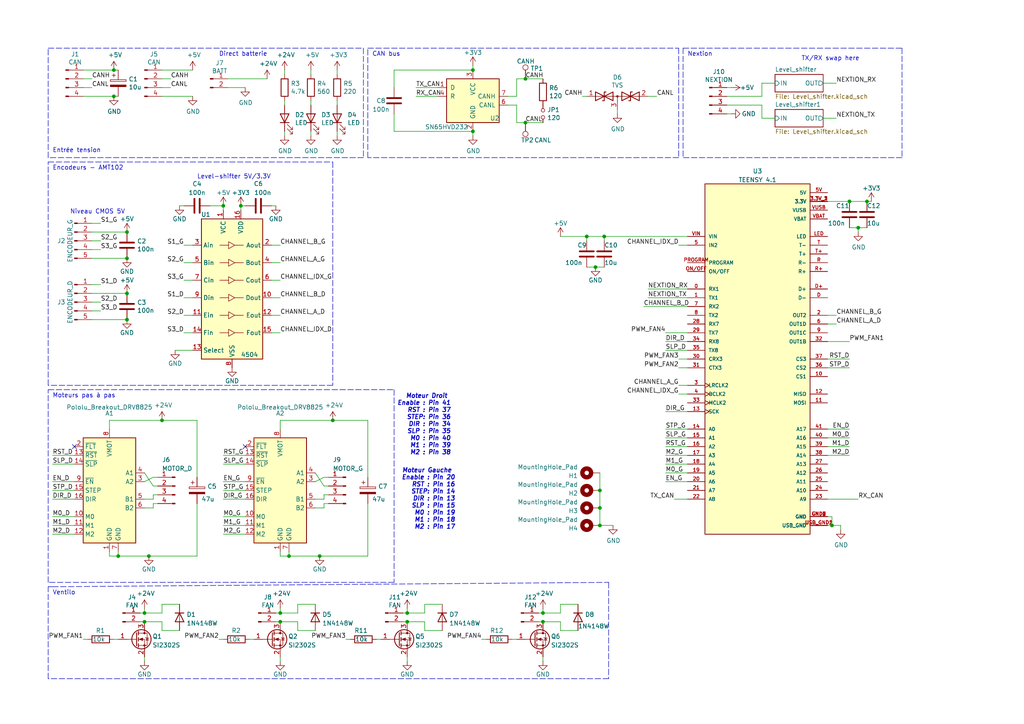
<source format=kicad_sch>
(kicad_sch (version 20211123) (generator eeschema)
  (paper "A4")
  (junction (at 41.91 177.8))
  (junction (at 64.77 59.69))
  (junction (at 36.83 85.09))
  (junction (at 248.92 66.04))
  (junction (at 33.02 20.32))
  (junction (at 152.4 35.56))
  (junction (at 172.72 77.47))
  (junction (at 36.83 67.31))
  (junction (at 36.83 74.93))
  (junction (at 34.29 161.29))
  (junction (at 173.99 147.32))
  (junction (at 81.28 177.8))
  (junction (at 170.18 68.58))
  (junction (at 157.48 177.8))
  (junction (at 175.26 68.58))
  (junction (at 83.82 161.29))
  (junction (at 137.16 38.1))
  (junction (at 36.83 92.71))
  (junction (at 241.3 152.4))
  (junction (at 152.4 22.86))
  (junction (at 81.28 180.34))
  (junction (at 118.11 180.34))
  (junction (at 246.38 58.42))
  (junction (at 92.71 161.29))
  (junction (at 43.18 161.29))
  (junction (at 251.46 58.42))
  (junction (at 137.16 20.32))
  (junction (at 33.02 27.94))
  (junction (at 46.99 121.92))
  (junction (at 41.91 180.34))
  (junction (at 157.48 180.34))
  (junction (at 118.11 177.8))
  (junction (at 173.99 152.4))
  (junction (at 69.85 59.69))
  (junction (at 96.52 121.92))
  (junction (at 173.99 142.24))
  (no_connect (at 21.59 129.54))
  (no_connect (at 71.12 129.54))
  (wire (pts (xy 251.46 58.42) (xy 252.73 58.42)))
  (wire (pts (xy 41.91 176.53) (xy 41.91 177.8)))
  (wire (pts (xy 50.8 101.6) (xy 55.88 101.6)))
  (wire (pts (xy 41.91 139.7) (xy 44.45 138.43)))
  (wire (pts (xy 43.18 161.29) (xy 34.29 161.29)))
  (wire (pts (xy 24.13 25.4) (xy 26.67 25.4)))
  (wire (pts (xy 26.67 69.85) (xy 29.21 69.85)))
  (wire (pts (xy 220.98 34.29) (xy 224.79 34.29)))
  (wire (pts (xy 196.85 106.68) (xy 199.39 106.68)))
  (wire (pts (xy 78.74 91.44) (xy 81.28 91.44)))
  (wire (pts (xy 149.86 22.86) (xy 152.4 22.86)))
  (wire (pts (xy 128.27 182.88) (xy 123.19 182.88)))
  (polyline (pts (xy 13.97 46.99) (xy 96.52 46.99)))
  (wire (pts (xy 240.03 152.4) (xy 241.3 152.4)))
  (wire (pts (xy 53.34 81.28) (xy 55.88 81.28)))
  (wire (pts (xy 170.18 68.58) (xy 162.56 68.58)))
  (wire (pts (xy 69.85 60.96) (xy 69.85 59.69)))
  (polyline (pts (xy 196.85 13.97) (xy 196.85 45.72)))
  (wire (pts (xy 179.07 31.75) (xy 179.07 33.02)))
  (wire (pts (xy 93.98 138.43) (xy 95.25 138.43)))
  (wire (pts (xy 26.67 72.39) (xy 29.21 72.39)))
  (wire (pts (xy 26.67 92.71) (xy 36.83 92.71)))
  (wire (pts (xy 78.74 59.69) (xy 80.01 59.69)))
  (wire (pts (xy 118.11 176.53) (xy 118.11 177.8)))
  (wire (pts (xy 162.56 177.8) (xy 157.48 177.8)))
  (wire (pts (xy 44.45 146.05) (xy 45.72 146.05)))
  (wire (pts (xy 172.72 77.47) (xy 175.26 77.47)))
  (wire (pts (xy 90.17 38.1) (xy 90.17 39.37)))
  (wire (pts (xy 26.67 90.17) (xy 29.21 90.17)))
  (wire (pts (xy 72.39 185.42) (xy 73.66 185.42)))
  (wire (pts (xy 199.39 99.06) (xy 193.04 99.06)))
  (wire (pts (xy 199.39 88.9) (xy 186.69 88.9)))
  (wire (pts (xy 170.18 68.58) (xy 175.26 68.58)))
  (polyline (pts (xy 106.68 45.72) (xy 106.68 13.97)))
  (polyline (pts (xy 15.24 170.18) (xy 176.53 168.91)))
  (wire (pts (xy 162.56 180.34) (xy 157.48 180.34)))
  (wire (pts (xy 24.13 27.94) (xy 33.02 27.94)))
  (wire (pts (xy 170.18 77.47) (xy 172.72 77.47)))
  (wire (pts (xy 147.32 30.48) (xy 149.86 30.48)))
  (wire (pts (xy 33.02 185.42) (xy 34.29 185.42)))
  (wire (pts (xy 175.26 68.58) (xy 199.39 68.58)))
  (wire (pts (xy 156.21 180.34) (xy 157.48 180.34)))
  (wire (pts (xy 173.99 142.24) (xy 173.99 137.16)))
  (wire (pts (xy 210.82 33.02) (xy 212.09 33.02)))
  (wire (pts (xy 71.12 139.7) (xy 64.77 139.7)))
  (wire (pts (xy 46.99 22.86) (xy 49.53 22.86)))
  (wire (pts (xy 78.74 96.52) (xy 81.28 96.52)))
  (wire (pts (xy 44.45 138.43) (xy 45.72 138.43)))
  (wire (pts (xy 71.12 154.94) (xy 64.77 154.94)))
  (wire (pts (xy 118.11 177.8) (xy 116.84 177.8)))
  (wire (pts (xy 93.98 140.97) (xy 95.25 140.97)))
  (wire (pts (xy 199.39 124.46) (xy 193.04 124.46)))
  (wire (pts (xy 83.82 160.02) (xy 83.82 161.29)))
  (wire (pts (xy 240.03 58.42) (xy 246.38 58.42)))
  (wire (pts (xy 91.44 147.32) (xy 93.98 147.32)))
  (wire (pts (xy 114.3 20.32) (xy 137.16 20.32)))
  (wire (pts (xy 114.3 33.02) (xy 114.3 38.1)))
  (wire (pts (xy 106.68 138.43) (xy 106.68 121.92)))
  (wire (pts (xy 31.75 161.29) (xy 31.75 160.02)))
  (wire (pts (xy 46.99 175.26) (xy 46.99 177.8)))
  (wire (pts (xy 187.96 27.94) (xy 190.5 27.94)))
  (wire (pts (xy 193.04 134.62) (xy 199.39 134.62)))
  (wire (pts (xy 173.99 152.4) (xy 177.8 152.4)))
  (wire (pts (xy 109.22 185.42) (xy 110.49 185.42)))
  (wire (pts (xy 149.86 30.48) (xy 149.86 35.56)))
  (wire (pts (xy 106.68 161.29) (xy 92.71 161.29)))
  (wire (pts (xy 240.03 104.14) (xy 246.38 104.14)))
  (wire (pts (xy 52.07 182.88) (xy 46.99 182.88)))
  (wire (pts (xy 170.18 68.58) (xy 170.18 69.85)))
  (wire (pts (xy 199.39 111.76) (xy 196.85 111.76)))
  (wire (pts (xy 90.17 29.21) (xy 90.17 30.48)))
  (wire (pts (xy 240.03 124.46) (xy 246.38 124.46)))
  (wire (pts (xy 53.34 71.12) (xy 55.88 71.12)))
  (wire (pts (xy 199.39 139.7) (xy 193.04 139.7)))
  (wire (pts (xy 240.03 93.98) (xy 242.57 93.98)))
  (wire (pts (xy 106.68 121.92) (xy 96.52 121.92)))
  (wire (pts (xy 86.36 177.8) (xy 81.28 177.8)))
  (wire (pts (xy 92.71 161.29) (xy 83.82 161.29)))
  (wire (pts (xy 127 27.94) (xy 120.65 27.94)))
  (wire (pts (xy 149.86 27.94) (xy 149.86 22.86)))
  (wire (pts (xy 246.38 129.54) (xy 240.03 129.54)))
  (wire (pts (xy 21.59 154.94) (xy 15.24 154.94)))
  (wire (pts (xy 152.4 35.56) (xy 157.48 35.56)))
  (wire (pts (xy 199.39 127) (xy 193.04 127)))
  (wire (pts (xy 26.67 67.31) (xy 36.83 67.31)))
  (wire (pts (xy 31.75 121.92) (xy 31.75 124.46)))
  (polyline (pts (xy 105.41 45.72) (xy 13.97 45.72)))
  (wire (pts (xy 93.98 144.78) (xy 93.98 143.51)))
  (wire (pts (xy 33.02 20.32) (xy 34.29 20.32)))
  (wire (pts (xy 41.91 190.5) (xy 41.91 191.77)))
  (wire (pts (xy 86.36 175.26) (xy 86.36 177.8)))
  (wire (pts (xy 148.59 185.42) (xy 149.86 185.42)))
  (wire (pts (xy 52.07 175.26) (xy 46.99 175.26)))
  (polyline (pts (xy 13.97 111.76) (xy 13.97 46.99)))
  (polyline (pts (xy 13.97 168.91) (xy 13.97 113.03)))
  (polyline (pts (xy 13.97 170.18) (xy 15.24 170.18)))
  (wire (pts (xy 220.98 27.94) (xy 210.82 27.94)))
  (polyline (pts (xy 176.53 196.85) (xy 13.97 196.85)))
  (wire (pts (xy 91.44 139.7) (xy 93.98 138.43)))
  (wire (pts (xy 71.12 144.78) (xy 64.77 144.78)))
  (wire (pts (xy 91.44 182.88) (xy 86.36 182.88)))
  (polyline (pts (xy 198.12 13.97) (xy 261.62 13.97)))
  (wire (pts (xy 100.33 185.42) (xy 101.6 185.42)))
  (wire (pts (xy 81.28 190.5) (xy 81.28 191.77)))
  (wire (pts (xy 241.3 152.4) (xy 243.84 152.4)))
  (wire (pts (xy 241.3 152.4) (xy 241.3 149.86)))
  (wire (pts (xy 240.03 132.08) (xy 246.38 132.08)))
  (wire (pts (xy 243.84 152.4) (xy 243.84 153.67)))
  (wire (pts (xy 57.15 146.05) (xy 57.15 161.29)))
  (polyline (pts (xy 105.41 13.97) (xy 105.41 45.72)))
  (wire (pts (xy 53.34 86.36) (xy 55.88 86.36)))
  (wire (pts (xy 71.12 134.62) (xy 64.77 134.62)))
  (wire (pts (xy 157.48 176.53) (xy 157.48 177.8)))
  (wire (pts (xy 187.96 83.82) (xy 199.39 83.82)))
  (wire (pts (xy 57.15 121.92) (xy 46.99 121.92)))
  (wire (pts (xy 238.76 24.13) (xy 242.57 24.13)))
  (wire (pts (xy 53.34 96.52) (xy 55.88 96.52)))
  (wire (pts (xy 64.77 152.4) (xy 71.12 152.4)))
  (polyline (pts (xy 261.62 45.72) (xy 198.12 45.72)))
  (wire (pts (xy 82.55 20.32) (xy 82.55 21.59)))
  (wire (pts (xy 238.76 34.29) (xy 242.57 34.29)))
  (wire (pts (xy 83.82 161.29) (xy 81.28 161.29)))
  (wire (pts (xy 44.45 143.51) (xy 45.72 143.51)))
  (wire (pts (xy 240.03 91.44) (xy 242.57 91.44)))
  (wire (pts (xy 41.91 177.8) (xy 40.64 177.8)))
  (wire (pts (xy 91.44 175.26) (xy 86.36 175.26)))
  (wire (pts (xy 137.16 19.05) (xy 137.16 20.32)))
  (wire (pts (xy 69.85 59.69) (xy 71.12 59.69)))
  (wire (pts (xy 53.34 91.44) (xy 55.88 91.44)))
  (polyline (pts (xy 114.3 168.91) (xy 13.97 168.91)))
  (wire (pts (xy 114.3 38.1) (xy 137.16 38.1)))
  (wire (pts (xy 196.85 104.14) (xy 199.39 104.14)))
  (wire (pts (xy 248.92 66.04) (xy 251.46 66.04)))
  (wire (pts (xy 82.55 38.1) (xy 82.55 39.37)))
  (wire (pts (xy 127 25.4) (xy 120.65 25.4)))
  (wire (pts (xy 170.18 27.94) (xy 168.91 27.94)))
  (wire (pts (xy 167.64 175.26) (xy 162.56 175.26)))
  (wire (pts (xy 34.29 161.29) (xy 31.75 161.29)))
  (wire (pts (xy 71.12 142.24) (xy 64.77 142.24)))
  (wire (pts (xy 71.12 149.86) (xy 64.77 149.86)))
  (wire (pts (xy 41.91 144.78) (xy 44.45 144.78)))
  (wire (pts (xy 26.67 64.77) (xy 29.21 64.77)))
  (wire (pts (xy 116.84 180.34) (xy 118.11 180.34)))
  (wire (pts (xy 24.13 185.42) (xy 25.4 185.42)))
  (polyline (pts (xy 96.52 46.99) (xy 96.52 111.76)))
  (wire (pts (xy 44.45 147.32) (xy 44.45 146.05)))
  (wire (pts (xy 128.27 175.26) (xy 123.19 175.26)))
  (wire (pts (xy 199.39 132.08) (xy 193.04 132.08)))
  (wire (pts (xy 246.38 66.04) (xy 248.92 66.04)))
  (wire (pts (xy 199.39 144.78) (xy 195.58 144.78)))
  (wire (pts (xy 123.19 175.26) (xy 123.19 177.8)))
  (wire (pts (xy 57.15 161.29) (xy 43.18 161.29)))
  (wire (pts (xy 24.13 22.86) (xy 26.67 22.86)))
  (polyline (pts (xy 13.97 45.72) (xy 13.97 13.97)))
  (wire (pts (xy 71.12 132.08) (xy 64.77 132.08)))
  (wire (pts (xy 123.19 180.34) (xy 118.11 180.34)))
  (wire (pts (xy 44.45 140.97) (xy 45.72 140.97)))
  (wire (pts (xy 173.99 147.32) (xy 173.99 142.24)))
  (wire (pts (xy 66.04 22.86) (xy 77.47 22.86)))
  (wire (pts (xy 26.67 74.93) (xy 36.83 74.93)))
  (wire (pts (xy 15.24 152.4) (xy 21.59 152.4)))
  (wire (pts (xy 246.38 58.42) (xy 251.46 58.42)))
  (wire (pts (xy 97.79 20.32) (xy 97.79 21.59)))
  (wire (pts (xy 41.91 137.16) (xy 44.45 140.97)))
  (wire (pts (xy 34.29 160.02) (xy 34.29 161.29)))
  (wire (pts (xy 91.44 137.16) (xy 93.98 140.97)))
  (wire (pts (xy 46.99 180.34) (xy 41.91 180.34)))
  (polyline (pts (xy 13.97 113.03) (xy 114.3 113.03)))
  (wire (pts (xy 64.77 60.96) (xy 64.77 59.69)))
  (wire (pts (xy 157.48 177.8) (xy 156.21 177.8)))
  (wire (pts (xy 137.16 38.1) (xy 137.16 39.37)))
  (wire (pts (xy 199.39 114.3) (xy 196.85 114.3)))
  (wire (pts (xy 173.99 152.4) (xy 173.99 147.32)))
  (polyline (pts (xy 13.97 13.97) (xy 105.41 13.97)))
  (wire (pts (xy 21.59 132.08) (xy 15.24 132.08)))
  (wire (pts (xy 97.79 38.1) (xy 97.79 39.37)))
  (wire (pts (xy 139.7 185.42) (xy 140.97 185.42)))
  (wire (pts (xy 157.48 190.5) (xy 157.48 191.77)))
  (wire (pts (xy 175.26 68.58) (xy 175.26 69.85)))
  (wire (pts (xy 199.39 71.12) (xy 196.85 71.12)))
  (wire (pts (xy 60.96 59.69) (xy 64.77 59.69)))
  (wire (pts (xy 118.11 190.5) (xy 118.11 191.77)))
  (wire (pts (xy 24.13 20.32) (xy 33.02 20.32)))
  (wire (pts (xy 96.52 121.92) (xy 81.28 121.92)))
  (wire (pts (xy 46.99 121.92) (xy 31.75 121.92)))
  (wire (pts (xy 152.4 22.86) (xy 157.48 22.86)))
  (wire (pts (xy 240.03 106.68) (xy 246.38 106.68)))
  (polyline (pts (xy 196.85 45.72) (xy 106.68 45.72)))
  (wire (pts (xy 33.02 27.94) (xy 34.29 27.94)))
  (wire (pts (xy 66.04 25.4) (xy 71.12 25.4)))
  (wire (pts (xy 240.03 149.86) (xy 241.3 149.86)))
  (wire (pts (xy 193.04 96.52) (xy 199.39 96.52)))
  (wire (pts (xy 210.82 25.4) (xy 212.09 25.4)))
  (wire (pts (xy 123.19 182.88) (xy 123.19 180.34)))
  (wire (pts (xy 199.39 119.38) (xy 193.04 119.38)))
  (wire (pts (xy 149.86 35.56) (xy 152.4 35.56)))
  (wire (pts (xy 81.28 176.53) (xy 81.28 177.8)))
  (wire (pts (xy 78.74 76.2) (xy 81.28 76.2)))
  (wire (pts (xy 162.56 175.26) (xy 162.56 177.8)))
  (wire (pts (xy 86.36 182.88) (xy 86.36 180.34)))
  (polyline (pts (xy 261.62 13.97) (xy 261.62 45.72)))
  (polyline (pts (xy 114.3 113.03) (xy 114.3 168.91)))
  (wire (pts (xy 90.17 20.32) (xy 90.17 21.59)))
  (wire (pts (xy 78.74 86.36) (xy 81.28 86.36)))
  (polyline (pts (xy 176.53 168.91) (xy 176.53 196.85)))
  (wire (pts (xy 26.67 82.55) (xy 29.21 82.55)))
  (wire (pts (xy 46.99 25.4) (xy 49.53 25.4)))
  (wire (pts (xy 220.98 24.13) (xy 220.98 27.94)))
  (wire (pts (xy 199.39 137.16) (xy 193.04 137.16)))
  (wire (pts (xy 53.34 76.2) (xy 55.88 76.2)))
  (wire (pts (xy 46.99 20.32) (xy 55.88 20.32)))
  (wire (pts (xy 248.92 66.04) (xy 248.92 67.31)))
  (wire (pts (xy 81.28 161.29) (xy 81.28 160.02)))
  (wire (pts (xy 187.96 86.36) (xy 199.39 86.36)))
  (wire (pts (xy 21.59 149.86) (xy 15.24 149.86)))
  (wire (pts (xy 78.74 71.12) (xy 81.28 71.12)))
  (wire (pts (xy 210.82 30.48) (xy 220.98 30.48)))
  (wire (pts (xy 44.45 144.78) (xy 44.45 143.51)))
  (wire (pts (xy 147.32 27.94) (xy 149.86 27.94)))
  (polyline (pts (xy 198.12 13.97) (xy 198.12 45.72)))
  (wire (pts (xy 78.74 81.28) (xy 81.28 81.28)))
  (wire (pts (xy 93.98 147.32) (xy 93.98 146.05)))
  (wire (pts (xy 46.99 182.88) (xy 46.99 180.34)))
  (wire (pts (xy 97.79 29.21) (xy 97.79 30.48)))
  (wire (pts (xy 46.99 177.8) (xy 41.91 177.8)))
  (wire (pts (xy 26.67 87.63) (xy 29.21 87.63)))
  (wire (pts (xy 21.59 134.62) (xy 15.24 134.62)))
  (wire (pts (xy 21.59 144.78) (xy 15.24 144.78)))
  (wire (pts (xy 106.68 146.05) (xy 106.68 161.29)))
  (wire (pts (xy 162.56 182.88) (xy 162.56 180.34)))
  (wire (pts (xy 240.03 144.78) (xy 248.92 144.78)))
  (wire (pts (xy 81.28 121.92) (xy 81.28 124.46)))
  (wire (pts (xy 57.15 138.43) (xy 57.15 121.92)))
  (wire (pts (xy 123.19 177.8) (xy 118.11 177.8)))
  (polyline (pts (xy 13.97 196.85) (xy 13.97 170.18)))
  (wire (pts (xy 21.59 139.7) (xy 15.24 139.7)))
  (wire (pts (xy 81.28 177.8) (xy 80.01 177.8)))
  (wire (pts (xy 40.64 180.34) (xy 41.91 180.34)))
  (polyline (pts (xy 96.52 111.76) (xy 13.97 111.76)))
  (wire (pts (xy 93.98 143.51) (xy 95.25 143.51)))
  (polyline (pts (xy 106.68 13.97) (xy 196.85 13.97)))
  (wire (pts (xy 46.99 27.94) (xy 55.88 27.94)))
  (wire (pts (xy 26.67 85.09) (xy 36.83 85.09)))
  (wire (pts (xy 167.64 182.88) (xy 162.56 182.88)))
  (wire (pts (xy 86.36 180.34) (xy 81.28 180.34)))
  (wire (pts (xy 199.39 101.6) (xy 193.04 101.6)))
  (wire (pts (xy 41.91 147.32) (xy 44.45 147.32)))
  (wire (pts (xy 224.79 24.13) (xy 220.98 24.13)))
  (wire (pts (xy 240.03 127) (xy 246.38 127)))
  (wire (pts (xy 52.07 59.69) (xy 53.34 59.69)))
  (wire (pts (xy 80.01 180.34) (xy 81.28 180.34)))
  (wire (pts (xy 240.03 99.06) (xy 246.38 99.06)))
  (wire (pts (xy 21.59 142.24) (xy 15.24 142.24)))
  (wire (pts (xy 93.98 146.05) (xy 95.25 146.05)))
  (wire (pts (xy 220.98 30.48) (xy 220.98 34.29)))
  (wire (pts (xy 114.3 25.4) (xy 114.3 20.32)))
  (wire (pts (xy 82.55 29.21) (xy 82.55 30.48)))
  (wire (pts (xy 91.44 144.78) (xy 93.98 144.78)))
  (wire (pts (xy 63.5 185.42) (xy 64.77 185.42)))
  (wire (pts (xy 199.39 129.54) (xy 193.04 129.54)))
  (text "Ventilo" (at 15.24 172.72 0) (effects (font (size 1.27 1.27)) (justify left bottom)))
  (text "Direct batterie" (at 63.5 16.51 0) (effects (font (size 1.27 1.27)) (justify left bottom)))
  (text "TX/RX swap here" (at 232.41 17.78 0) (effects (font (size 1.27 1.27)) (justify left bottom)))
  (text "Level-shifter 5V/3.3V" (at 57.15 52.07 0) (effects (font (size 1.27 1.27)) (justify left bottom)))
  (text "Moteur Gauche \nEnable : Pin 20\nRST : Pin 16\nSTEP: Pin 14\nDIR : Pin 13\nSLP : Pin 15\nM0 : Pin 19\nM1 : Pin 18\nM2 : Pin 17" (at 132.08 153.67 0) (effects (font (size 1.27 1.27) (thickness 0.254) bold italic) (justify right bottom)))
  (text "Entrée tension" (at 15.24 44.45 0) (effects (font (size 1.27 1.27)) (justify left bottom)))
  (text "Nextion" (at 199.39 16.51 0) (effects (font (size 1.27 1.27)) (justify left bottom)))
  (text "CAN bus" (at 107.95 16.51 0) (effects (font (size 1.27 1.27)) (justify left bottom)))
  (text "Encodeurs - AMT102" (at 15.24 49.53 0) (effects (font (size 1.27 1.27)) (justify left bottom)))
  (text "Niveau CMOS 5V" (at 20.32 62.23 0) (effects (font (size 1.27 1.27)) (justify left bottom)))
  (text "Moteurs pas à pas" (at 15.24 115.57 0) (effects (font (size 1.27 1.27)) (justify left bottom)))
  (text "Moteur Droit \nEnable : Pin 41\nRST : Pin 37\nSTEP: Pin 36\nDIR : Pin 34\nSLP : Pin 35\nM0 : Pin 40\nM1 : Pin 39\nM2 : Pin 38" (at 130.81 132.08 0) (effects (font (size 1.27 1.27) (thickness 0.254) bold italic) (justify right bottom)))
  (label "PWM_FAN2" (at 196.85 106.68 180))
  (label "M1_G" (at 193.04 134.62 0))
  (label "RX_CAN" (at 120.65 27.94 0))
  (label "M2_G" (at 193.04 132.08 0))
  (label "PWM_FAN4" (at 193.04 96.52 180))
  (label "TX_CAN" (at 120.65 25.4 0))
  (label "S1_D" (at 53.34 86.36 180))
  (label "SLP_D" (at 15.24 134.62 0))
  (label "CANH" (at 152.4 22.86 0))
  (label "NEXTION_RX" (at 242.57 24.13 0))
  (label "S2_G" (at 29.21 69.85 0))
  (label "M1_D" (at 246.38 129.54 180))
  (label "CHANNEL_IDX_D" (at 196.85 71.12 180))
  (label "EN_G" (at 193.04 139.7 0))
  (label "NEXTION_TX" (at 242.57 34.29 0))
  (label "RST_D" (at 246.38 104.14 180))
  (label "M0_D" (at 246.38 127 180))
  (label "S3_D" (at 29.21 90.17 0))
  (label "TX_CAN" (at 195.58 144.78 180))
  (label "M0_D" (at 15.24 149.86 0))
  (label "DIR_D" (at 15.24 144.78 0))
  (label "EN_G" (at 64.77 139.7 0))
  (label "S1_G" (at 53.34 71.12 180))
  (label "CHANNEL_IDX_D" (at 81.28 96.52 0))
  (label "CANL" (at 190.5 27.94 0))
  (label "M2_D" (at 246.38 132.08 180))
  (label "CHANNEL_A_G" (at 196.85 111.76 180))
  (label "S1_D" (at 29.21 82.55 0))
  (label "S1_G" (at 29.21 64.77 0))
  (label "CHANNEL_B_G" (at 81.28 71.12 0))
  (label "CHANNEL_B_D" (at 81.28 86.36 0))
  (label "SLP_G" (at 64.77 134.62 0))
  (label "S2_G" (at 53.34 76.2 180))
  (label "PWM_FAN1" (at 246.38 99.06 0))
  (label "CHANNEL_B_D" (at 186.69 88.9 0))
  (label "PWM_FAN3" (at 196.85 104.14 180))
  (label "DIR_D" (at 193.04 99.06 0))
  (label "EN_D" (at 15.24 139.7 0))
  (label "M2_G" (at 64.77 154.94 0))
  (label "M1_D" (at 15.24 152.4 0))
  (label "STP_G" (at 193.04 124.46 0))
  (label "RST_G" (at 64.77 132.08 0))
  (label "STP_D" (at 15.24 142.24 0))
  (label "CHANNEL_A_D" (at 242.57 93.98 0))
  (label "DIR_G" (at 193.04 119.38 0))
  (label "PWM_FAN3" (at 100.33 185.42 180))
  (label "NEXTION_TX" (at 187.96 86.36 0))
  (label "S2_D" (at 29.21 87.63 0))
  (label "CHANNEL_IDX_G" (at 196.85 114.3 180))
  (label "RX_CAN" (at 248.92 144.78 0))
  (label "S3_D" (at 53.34 96.52 180))
  (label "S2_D" (at 53.34 91.44 180))
  (label "S3_G" (at 29.21 72.39 0))
  (label "DIR_G" (at 64.77 144.78 0))
  (label "RST_D" (at 15.24 132.08 0))
  (label "M1_G" (at 64.77 152.4 0))
  (label "CANL" (at 26.67 25.4 0))
  (label "CHANNEL_IDX_G" (at 81.28 81.28 0))
  (label "NEXTION_RX" (at 187.96 83.82 0))
  (label "STP_G" (at 64.77 142.24 0))
  (label "EN_D" (at 246.38 124.46 180))
  (label "CANH" (at 168.91 27.94 180))
  (label "SLP_D" (at 193.04 101.6 0))
  (label "M2_D" (at 15.24 154.94 0))
  (label "STP_D" (at 246.38 106.68 180))
  (label "CANH" (at 49.53 22.86 0))
  (label "S3_G" (at 53.34 81.28 180))
  (label "PWM_FAN2" (at 63.5 185.42 180))
  (label "PWM_FAN1" (at 24.13 185.42 180))
  (label "M0_G" (at 64.77 149.86 0))
  (label "CANL" (at 49.53 25.4 0))
  (label "CHANNEL_A_G" (at 81.28 76.2 0))
  (label "CANH" (at 26.67 22.86 0))
  (label "SLP_G" (at 193.04 127 0))
  (label "RST_G" (at 193.04 129.54 0))
  (label "CHANNEL_B_G" (at 242.57 91.44 0))
  (label "PWM_FAN4" (at 139.7 185.42 180))
  (label "M0_G" (at 193.04 137.16 0))
  (label "CANL" (at 152.4 35.56 0))
  (label "CHANNEL_A_D" (at 81.28 91.44 0))
  (symbol (lib_id "power:+5V") (at 212.09 25.4 270) (unit 1)
    (property "Reference" "#PWR0138" (effects hide))
    (property "Value" "+5V" (at 214.63 25.4 90) (effects (justify left)))
  )
  (symbol (lib_id "power:GND") (at 41.91 191.77 0) (unit 1)
    (property "Reference" "#PWR0128" (effects hide))
    (property "Value" "GND" (at 41.91 195.58 0))
  )
  (symbol (lib_id "Diode:1N4148W") (at 91.44 179.07 270) (unit 1)
    (property "Reference" "D5" (at 93.472 178.2353 90) (effects (justify left)))
    (property "Value" "1N4148W" (at 93.472 180.7722 90) (effects (justify left)))
    (property "Footprint" "Diode_SMD:D_SOD-123" (effects hide))
    (property "Datasheet" "https://www.vishay.com/docs/85748/1n4148w.pdf" (effects hide))
  )
  (symbol (lib_id "Device:Q_NMOS_GSD") (at 39.37 185.42 0) (unit 1)
    (property "Reference" "Q1" (at 44.2214 184.5853 0) (effects (justify left)))
    (property "Value" "SI2302S " (at 44.2214 187.1222 0) (effects (justify left)))
    (property "Footprint" "Package_TO_SOT_SMD:SOT-23" (effects hide))
  )
  (symbol (lib_id "Device:C") (at 175.26 73.66 0) (unit 1)
    (property "Reference" "C10" (at 175.26 71.12 0) (effects (justify left)))
    (property "Value" "10u" (at 175.26 76.2 0) (effects (justify left)))
    (property "Footprint" "Capacitor_SMD:C_0805_2012Metric_Pad1.18x1.45mm_HandSolder" (effects hide))
  )
  (symbol (lib_id "power:GND") (at 137.16 39.37 0) (unit 1)
    (property "Reference" "#PWR0134" (effects hide))
    (property "Value" "GND" (at 137.287 43.7642 0))
  )
  (symbol (lib_id "Device:Q_NMOS_GSD") (at 78.74 185.42 0) (unit 1)
    (property "Reference" "Q2" (at 83.5914 184.5853 0) (effects (justify left)))
    (property "Value" "SI2302S " (at 83.5914 187.1222 0) (effects (justify left)))
    (property "Footprint" "Package_TO_SOT_SMD:SOT-23" (effects hide))
  )
  (symbol (lib_id "power:GND") (at 82.55 39.37 0) (unit 1)
    (property "Reference" "#PWR0113" (effects hide))
    (property "Value" "GND" (at 82.677 43.7642 0))
  )
  (symbol (lib_id "Device:LED") (at 90.17 34.29 90) (unit 1)
    (property "Reference" "D3" (at 93.1672 33.2994 90) (effects (justify right)))
    (property "Value" "LED" (at 93.1672 35.6108 90) (effects (justify right)))
    (property "Footprint" "LED_SMD:LED_0805_2012Metric_Pad1.15x1.40mm_HandSolder" (effects hide))
  )
  (symbol (lib_id "power:GND") (at 157.48 191.77 0) (unit 1)
    (property "Reference" "#PWR04" (effects hide))
    (property "Value" "GND" (at 157.48 195.58 0))
  )
  (symbol (lib_id "power:GND") (at 212.09 33.02 90) (unit 1)
    (property "Reference" "#PWR0137" (effects hide))
    (property "Value" "GND" (at 217.17 33.02 90))
  )
  (symbol (lib_id "Device:C") (at 36.83 71.12 0) (unit 1)
    (property "Reference" "C2" (at 39.751 69.9516 0) (effects (justify left)))
    (property "Value" "100n" (at 39.751 72.263 0) (effects (justify left)))
    (property "Footprint" "Capacitor_SMD:C_0805_2012Metric_Pad1.18x1.45mm_HandSolder" (effects hide))
  )
  (symbol (lib_id "Connector:Conn_01x04_Male") (at 205.74 27.94 0) (unit 1)
    (property "Reference" "J10" (at 208.4832 20.8026 0))
    (property "Value" "NEXTION" (at 208.4832 23.114 0))
    (property "Footprint" "AREA_lib_Connector:Wuerth_2.54mm_4pins_61900411121" (effects hide))
  )
  (symbol (lib_id "Driver_Motor:Pololu_Breakout_DRV8825") (at 31.75 139.7 0) (unit 1)
    (property "Reference" "A1" (at 31.75 119.8626 0))
    (property "Value" "Pololu_Breakout_DRV8825" (at 31.75 118.11 0))
    (property "Footprint" "Module:Pololu_Breakout-16_15.2x20.3mm" (effects hide))
    (property "Datasheet" "https://www.pololu.com/product/2982" (effects hide))
  )
  (symbol (lib_id "Device:C") (at 170.18 73.66 0) (mirror y) (unit 1)
    (property "Reference" "C9" (at 170.18 71.12 0) (effects (justify left)))
    (property "Value" "100n" (at 168.91 76.2 0) (effects (justify left)))
    (property "Footprint" "Capacitor_SMD:C_0805_2012Metric_Pad1.18x1.45mm_HandSolder" (effects hide))
  )
  (symbol (lib_id "Mechanical:MountingHole_Pad") (at 171.45 147.32 90) (unit 1)
    (property "Reference" "H3" (at 167.64 148.1547 90) (effects (justify left)))
    (property "Value" "MountingHole_Pad" (at 167.64 145.6178 90) (effects (justify left)))
    (property "Footprint" "MountingHole:MountingHole_3.2mm_M3_Pad_Via" (effects hide))
  )
  (symbol (lib_id "power:GND") (at 36.83 74.93 0) (unit 1)
    (property "Reference" "#PWR0110" (effects hide))
    (property "Value" "GND" (at 36.83 78.74 0))
  )
  (symbol (lib_id "power:GND") (at 33.02 27.94 0) (unit 1)
    (property "Reference" "#PWR0114" (effects hide))
    (property "Value" "GND" (at 33.147 32.3342 0))
  )
  (symbol (lib_id "power:GND") (at 97.79 39.37 0) (unit 1)
    (property "Reference" "#PWR0115" (effects hide))
    (property "Value" "GND" (at 97.917 43.7642 0))
  )
  (symbol (lib_id "power:GND") (at 92.71 161.29 0) (unit 1)
    (property "Reference" "#PWR0124" (effects hide))
    (property "Value" "GND" (at 92.71 165.1 0))
  )
  (symbol (lib_id "Connector:Conn_01x04_Male") (at 50.8 140.97 0) (mirror y) (unit 1)
    (property "Reference" "J6" (at 46.99 133.35 0) (effects (justify right)))
    (property "Value" "MOTOR_D" (at 46.99 135.89 0) (effects (justify right)))
    (property "Footprint" "AREA_lib_Connector:Wuerth_2.54mm_4pins_61900411121" (effects hide))
  )
  (symbol (lib_id "Device:R") (at 90.17 25.4 0) (unit 1)
    (property "Reference" "R4" (at 91.948 24.2316 0) (effects (justify left)))
    (property "Value" "560" (at 91.948 26.543 0) (effects (justify left)))
    (property "Footprint" "Resistor_SMD:R_0805_2012Metric_Pad1.20x1.40mm_HandSolder" (effects hide))
  )
  (symbol (lib_id "power:+3.3V") (at 252.73 58.42 0) (unit 1)
    (property "Reference" "#PWR0136" (effects hide))
    (property "Value" "+3.3V" (at 252.73 54.61 0))
  )
  (symbol (lib_id "Device:R") (at 29.21 185.42 90) (unit 1)
    (property "Reference" "R1" (at 30.48 182.88 90) (effects (justify left)))
    (property "Value" "10k" (at 30.48 185.42 90) (effects (justify left)))
    (property "Footprint" "Resistor_SMD:R_0805_2012Metric_Pad1.20x1.40mm_HandSolder" (effects hide))
  )
  (symbol (lib_id "Connector:Conn_01x04_Male") (at 41.91 22.86 0) (unit 1)
    (property "Reference" "J5" (at 44.6532 15.7226 0))
    (property "Value" "CAN" (at 44.6532 18.034 0))
    (property "Footprint" "AREA_lib_Connector:690367290476" (effects hide))
  )
  (symbol (lib_id "Device:Jumper_NO_Small") (at 157.48 33.02 270) (unit 1)
    (property "Reference" "JP1" (at 158.6992 31.8516 90) (effects (justify left)))
    (property "Value" "120" (at 158.6992 34.163 90) (effects (justify left)))
    (property "Footprint" "Connector_PinHeader_2.54mm:PinHeader_1x02_P2.54mm_Vertical" (effects hide))
  )
  (symbol (lib_id "Connector:Conn_01x02_Male") (at 111.76 177.8 0) (unit 1)
    (property "Reference" "J11" (at 114.5032 173.2026 0))
    (property "Value" "FAN" (at 114.5032 175.514 0))
    (property "Footprint" "AREA_lib_Connector:Wuerth_2.54mm_2pins_61900211121" (effects hide))
  )
  (symbol (lib_id "power:+5V") (at 36.83 85.09 0) (unit 1)
    (property "Reference" "#PWR0109" (effects hide))
    (property "Value" "+5V" (at 36.83 81.28 0))
  )
  (symbol (lib_id "power:GND") (at 50.8 101.6 0) (unit 1)
    (property "Reference" "#PWR0123" (effects hide))
    (property "Value" "GND" (at 50.8 105.41 0))
  )
  (symbol (lib_id "power:+5V") (at 55.88 20.32 0) (unit 1)
    (property "Reference" "#PWR0103" (effects hide))
    (property "Value" "+5V" (at 56.261 15.9258 0))
  )
  (symbol (lib_id "Interface_CAN_LIN:SN65HVD232") (at 137.16 27.94 0) (unit 1)
    (property "Reference" "U2" (at 143.51 34.29 0))
    (property "Value" "SN65HVD232" (at 129.54 36.83 0))
    (property "Footprint" "Package_SO:SOIC-8_3.9x4.9mm_P1.27mm" (effects hide))
    (property "Datasheet" "http://www.ti.com/lit/ds/symlink/sn65hvd230.pdf" (effects hide))
  )
  (symbol (lib_id "Device:C") (at 246.38 62.23 0) (mirror y) (unit 1)
    (property "Reference" "C11" (at 246.38 59.69 0) (effects (justify left)))
    (property "Value" "100n" (at 245.11 64.77 0) (effects (justify left)))
    (property "Footprint" "Capacitor_SMD:C_0805_2012Metric_Pad1.18x1.45mm_HandSolder" (effects hide))
  )
  (symbol (lib_id "power:GND") (at 248.92 67.31 0) (unit 1)
    (property "Reference" "#PWR0145" (effects hide))
    (property "Value" "GND" (at 249.047 71.7042 0))
  )
  (symbol (lib_id "Device:C") (at 36.83 88.9 0) (unit 1)
    (property "Reference" "C3" (at 39.751 87.7316 0) (effects (justify left)))
    (property "Value" "100n" (at 39.751 90.043 0) (effects (justify left)))
    (property "Footprint" "Capacitor_SMD:C_0805_2012Metric_Pad1.18x1.45mm_HandSolder" (effects hide))
  )
  (symbol (lib_id "Device:C") (at 57.15 59.69 90) (mirror x) (unit 1)
    (property "Reference" "C4" (at 57.15 53.34 90))
    (property "Value" "100n" (at 57.15 55.88 90))
    (property "Footprint" "Capacitor_SMD:C_0805_2012Metric_Pad1.18x1.45mm_HandSolder" (effects hide))
  )
  (symbol (lib_id "Device:LED") (at 97.79 34.29 90) (unit 1)
    (property "Reference" "D4" (at 100.7872 33.2994 90) (effects (justify right)))
    (property "Value" "LED" (at 100.7872 35.6108 90) (effects (justify right)))
    (property "Footprint" "LED_SMD:LED_0805_2012Metric_Pad1.15x1.40mm_HandSolder" (effects hide))
  )
  (symbol (lib_id "power:+5V") (at 36.83 67.31 0) (unit 1)
    (property "Reference" "#PWR0108" (effects hide))
    (property "Value" "+5V" (at 36.83 63.5 0))
  )
  (symbol (lib_id "Driver_Motor:Pololu_Breakout_DRV8825") (at 81.28 139.7 0) (unit 1)
    (property "Reference" "A2" (at 81.28 119.8626 0))
    (property "Value" "Pololu_Breakout_DRV8825" (at 81.28 118.11 0))
    (property "Footprint" "Module:Pololu_Breakout-16_15.2x20.3mm" (effects hide))
    (property "Datasheet" "https://www.pololu.com/product/2982" (effects hide))
  )
  (symbol (lib_id "Mechanical:MountingHole_Pad") (at 171.45 142.24 90) (unit 1)
    (property "Reference" "H2" (at 167.64 143.0747 90) (effects (justify left)))
    (property "Value" "MountingHole_Pad" (at 167.64 140.5378 90) (effects (justify left)))
    (property "Footprint" "MountingHole:MountingHole_3.2mm_M3_Pad_Via" (effects hide))
  )
  (symbol (lib_id "power:GND") (at 43.18 161.29 0) (unit 1)
    (property "Reference" "#PWR0127" (effects hide))
    (property "Value" "GND" (at 43.18 165.1 0))
  )
  (symbol (lib_id "power:GND") (at 67.31 106.68 0) (unit 1)
    (property "Reference" "#PWR0118" (effects hide))
    (property "Value" "GND" (at 67.31 110.49 0))
  )
  (symbol (lib_id "Diode:1N4148W") (at 52.07 179.07 270) (unit 1)
    (property "Reference" "D1" (at 54.102 178.2353 90) (effects (justify left)))
    (property "Value" "1N4148W" (at 54.102 180.7722 90) (effects (justify left)))
    (property "Footprint" "Diode_SMD:D_SOD-123" (effects hide))
    (property "Datasheet" "https://www.vishay.com/docs/85748/1n4148w.pdf" (effects hide))
  )
  (symbol (lib_id "Device:CP") (at 57.15 142.24 0) (unit 1)
    (property "Reference" "C5" (at 60.1472 141.0716 0) (effects (justify left)))
    (property "Value" "47u" (at 58.42 144.78 0) (effects (justify left)))
    (property "Footprint" "Capacitor_SMD:CP_Elec_6.3x5.4" (effects hide))
  )
  (symbol (lib_id "Connector:Conn_01x05_Male") (at 21.59 69.85 0) (unit 1)
    (property "Reference" "J2" (at 17.78 69.85 0))
    (property "Value" "ENCODEUR_G" (at 20.32 69.85 90))
    (property "Footprint" "Connector_PinHeader_2.54mm:PinHeader_1x05_P2.54mm_Vertical" (effects hide))
  )
  (symbol (lib_id "power:GND") (at 90.17 39.37 0) (unit 1)
    (property "Reference" "#PWR0116" (effects hide))
    (property "Value" "GND" (at 90.297 43.7642 0))
  )
  (symbol (lib_id "Device:C") (at 74.93 59.69 270) (mirror x) (unit 1)
    (property "Reference" "C6" (at 74.93 53.2892 90))
    (property "Value" "100n" (at 76.2 55.88 90))
    (property "Footprint" "Capacitor_SMD:C_0805_2012Metric_Pad1.18x1.45mm_HandSolder" (effects hide))
  )
  (symbol (lib_id "power:+5V") (at 33.02 20.32 0) (unit 1)
    (property "Reference" "#PWR0111" (effects hide))
    (property "Value" "+5V" (at 33.401 15.9258 0))
  )
  (symbol (lib_id "Device:CP") (at 34.29 24.13 0) (unit 1)
    (property "Reference" "C1" (at 37.2872 22.9616 0) (effects (justify left)))
    (property "Value" "10u" (at 37.2872 25.273 0) (effects (justify left)))
    (property "Footprint" "Capacitor_SMD:CP_Elec_5x5.4" (effects hide))
  )
  (symbol (lib_id "power:GND") (at 179.07 33.02 0) (unit 1)
    (property "Reference" "#PWR0140" (effects hide))
    (property "Value" "GND" (at 179.197 37.4142 0))
  )
  (symbol (lib_id "AREA_composant:Teensy 4.1") (at 219.71 104.14 0) (unit 1)
    (property "Reference" "U3" (at 219.71 49.6402 0))
    (property "Value" "TEENSY 4.1" (at 219.71 52.1771 0))
    (property "Footprint" "AREA_lib_composant:Teensy_4-1" (effects hide))
    (property "MANUFACTURER" "SparkFun Electronics" (effects hide))
    (property "MAXIMUM_PACKAGE_HEIGHT" "4.07mm" (effects hide))
    (property "PARTREV" "4.1" (effects hide))
    (property "STANDARD" "Manufacturer recommendations" (effects hide))
  )
  (symbol (lib_id "Device:C") (at 251.46 62.23 0) (unit 1)
    (property "Reference" "C12" (at 251.46 59.69 0) (effects (justify left)))
    (property "Value" "10u" (at 251.46 64.77 0) (effects (justify left)))
    (property "Footprint" "Capacitor_SMD:C_0805_2012Metric_Pad1.18x1.45mm_HandSolder" (effects hide))
  )
  (symbol (lib_id "Diode:1N4148W") (at 167.64 179.07 270) (unit 1)
    (property "Reference" "D8" (at 169.672 178.2353 90) (effects (justify left)))
    (property "Value" "1N4148W" (at 167.64 181.61 90) (effects (justify left)))
    (property "Footprint" "Diode_SMD:D_SOD-123" (effects hide))
    (property "Datasheet" "https://www.vishay.com/docs/85748/1n4148w.pdf" (effects hide))
  )
  (symbol (lib_id "Diode:1N4148W") (at 128.27 179.07 270) (unit 1)
    (property "Reference" "D7" (at 130.302 178.2353 90) (effects (justify left)))
    (property "Value" "1N4148W" (at 130.302 180.7722 90) (effects (justify left)))
    (property "Footprint" "Diode_SMD:D_SOD-123" (effects hide))
    (property "Datasheet" "https://www.vishay.com/docs/85748/1n4148w.pdf" (effects hide))
  )
  (symbol (lib_id "Device:R") (at 68.58 185.42 90) (unit 1)
    (property "Reference" "R2" (at 69.85 182.88 90) (effects (justify left)))
    (property "Value" "10k" (at 69.85 185.42 90) (effects (justify left)))
    (property "Footprint" "Resistor_SMD:R_0805_2012Metric_Pad1.20x1.40mm_HandSolder" (effects hide))
  )
  (symbol (lib_id "Device:R") (at 144.78 185.42 90) (unit 1)
    (property "Reference" "R12" (at 146.05 182.88 90) (effects (justify left)))
    (property "Value" "10k" (at 146.05 185.42 90) (effects (justify left)))
    (property "Footprint" "Resistor_SMD:R_0805_2012Metric_Pad1.20x1.40mm_HandSolder" (effects hide))
  )
  (symbol (lib_id "Connector:Conn_01x02_Male") (at 151.13 177.8 0) (unit 1)
    (property "Reference" "J12" (at 153.8732 173.2026 0))
    (property "Value" "FAN" (at 153.8732 175.514 0))
    (property "Footprint" "AREA_lib_Connector:Wuerth_2.54mm_2pins_61900211121" (effects hide))
  )
  (symbol (lib_id "Connector:Conn_01x04_Male") (at 19.05 22.86 0) (unit 1)
    (property "Reference" "J1" (at 21.7932 15.7226 0))
    (property "Value" "CAN" (at 21.7932 18.034 0))
    (property "Footprint" "AREA_lib_Connector:690367290476" (effects hide))
  )
  (symbol (lib_id "power:+3.3V") (at 97.79 20.32 0) (unit 1)
    (property "Reference" "#PWR0106" (effects hide))
    (property "Value" "+3.3V" (at 98.171 15.9258 0))
  )
  (symbol (lib_id "power:GND") (at 118.11 191.77 0) (unit 1)
    (property "Reference" "#PWR02" (effects hide))
    (property "Value" "GND" (at 118.11 195.58 0))
  )
  (symbol (lib_id "Device:Q_NMOS_GSD") (at 115.57 185.42 0) (unit 1)
    (property "Reference" "Q5" (at 120.4214 184.5853 0) (effects (justify left)))
    (property "Value" "SI2302S " (at 120.4214 187.1222 0) (effects (justify left)))
    (property "Footprint" "Package_TO_SOT_SMD:SOT-23" (effects hide))
  )
  (symbol (lib_id "4xxx:4504") (at 67.31 83.82 0) (unit 1)
    (property "Reference" "U1" (at 59.69 62.23 0))
    (property "Value" "4504" (at 72.39 102.87 0))
    (property "Footprint" "Package_SO:TSSOP-16_4.4x5mm_P0.65mm" (effects hide))
    (property "Datasheet" "http://www.ti.com/lit/ds/symlink/cd4504b.pdf" (effects hide))
  )
  (symbol (lib_id "Mechanical:MountingHole_Pad") (at 171.45 137.16 90) (unit 1)
    (property "Reference" "H1" (at 167.64 137.9947 90) (effects (justify left)))
    (property "Value" "MountingHole_Pad" (at 167.64 135.4578 90) (effects (justify left)))
    (property "Footprint" "MountingHole:MountingHole_3.2mm_M3_Pad_Via" (effects hide))
  )
  (symbol (lib_id "power:+24V") (at 81.28 176.53 0) (unit 1)
    (property "Reference" "#PWR0129" (effects hide))
    (property "Value" "+24V" (at 81.661 172.1358 0))
  )
  (symbol (lib_id "Device:LED") (at 82.55 34.29 90) (unit 1)
    (property "Reference" "D2" (at 85.5472 33.2994 90) (effects (justify right)))
    (property "Value" "LED" (at 85.5472 35.6108 90) (effects (justify right)))
    (property "Footprint" "LED_SMD:LED_0805_2012Metric_Pad1.15x1.40mm_HandSolder" (effects hide))
  )
  (symbol (lib_id "Connector:TestPoint") (at 152.4 35.56 180) (unit 1)
    (property "Reference" "TP2" (at 151.13 40.64 0) (effects (justify right)))
    (property "Value" "CANL" (at 154.94 40.64 0) (effects (justify right)))
    (property "Footprint" "TestPoint:TestPoint_Pad_D1.0mm" (effects hide))
  )
  (symbol (lib_id "Connector:Conn_01x02_Male") (at 35.56 177.8 0) (unit 1)
    (property "Reference" "J4" (at 38.3032 173.2026 0))
    (property "Value" "FAN" (at 38.3032 175.514 0))
    (property "Footprint" "AREA_lib_Connector:Wuerth_2.54mm_2pins_61900211121" (effects hide))
  )
  (symbol (lib_id "power:+5V") (at 162.56 68.58 0) (mirror y) (unit 1)
    (property "Reference" "#PWR0139" (effects hide))
    (property "Value" "+5V" (at 162.56 64.77 0))
  )
  (symbol (lib_id "Connector:Conn_01x04_Male") (at 100.33 140.97 0) (mirror y) (unit 1)
    (property "Reference" "J9" (at 96.52 133.35 0) (effects (justify right)))
    (property "Value" "MOTOR_G" (at 96.52 135.89 0) (effects (justify right)))
    (property "Footprint" "AREA_lib_Connector:Wuerth_2.54mm_4pins_61900411121" (effects hide))
  )
  (symbol (lib_id "power:+24V") (at 82.55 20.32 0) (unit 1)
    (property "Reference" "#PWR0101" (effects hide))
    (property "Value" "+24V" (at 82.931 15.9258 0))
  )
  (symbol (lib_id "Device:R") (at 105.41 185.42 90) (unit 1)
    (property "Reference" "R11" (at 106.68 182.88 90) (effects (justify left)))
    (property "Value" "10k" (at 106.68 185.42 90) (effects (justify left)))
    (property "Footprint" "Resistor_SMD:R_0805_2012Metric_Pad1.20x1.40mm_HandSolder" (effects hide))
  )
  (symbol (lib_id "power:+24V") (at 96.52 121.92 0) (unit 1)
    (property "Reference" "#PWR0125" (effects hide))
    (property "Value" "+24V" (at 96.901 117.5258 0))
  )
  (symbol (lib_id "power:+24V") (at 118.11 176.53 0) (unit 1)
    (property "Reference" "#PWR01" (effects hide))
    (property "Value" "+24V" (at 118.491 172.1358 0))
  )
  (symbol (lib_id "power:+24V") (at 77.47 22.86 0) (unit 1)
    (property "Reference" "#PWR0102" (effects hide))
    (property "Value" "+24V" (at 77.851 18.4658 0))
  )
  (symbol (lib_id "Device:R") (at 97.79 25.4 0) (unit 1)
    (property "Reference" "R5" (at 99.568 24.2316 0) (effects (justify left)))
    (property "Value" "220" (at 99.568 26.543 0) (effects (justify left)))
    (property "Footprint" "Resistor_SMD:R_0805_2012Metric_Pad1.20x1.40mm_HandSolder" (effects hide))
  )
  (symbol (lib_id "power:GND") (at 172.72 77.47 0) (unit 1)
    (property "Reference" "#PWR0131" (effects hide))
    (property "Value" "GND" (at 172.72 81.28 0))
  )
  (symbol (lib_id "Device:C") (at 114.3 29.21 0) (mirror x) (unit 1)
    (property "Reference" "C8" (at 110.49 29.21 0))
    (property "Value" "100n" (at 110.49 31.75 0))
    (property "Footprint" "Capacitor_SMD:C_0805_2012Metric_Pad1.18x1.45mm_HandSolder" (effects hide))
  )
  (symbol (lib_id "power:GND") (at 36.83 92.71 0) (unit 1)
    (property "Reference" "#PWR0107" (effects hide))
    (property "Value" "GND" (at 36.83 96.52 0))
  )
  (symbol (lib_id "Device:R") (at 82.55 25.4 0) (unit 1)
    (property "Reference" "R3" (at 84.328 24.2316 0) (effects (justify left)))
    (property "Value" "4.7k" (at 84.328 26.543 0) (effects (justify left)))
    (property "Footprint" "Resistor_SMD:R_0805_2012Metric_Pad1.20x1.40mm_HandSolder" (effects hide))
  )
  (symbol (lib_id "power:GND") (at 55.88 27.94 0) (unit 1)
    (property "Reference" "#PWR0112" (effects hide))
    (property "Value" "GND" (at 56.007 32.3342 0))
  )
  (symbol (lib_id "Connector:Conn_01x02_Male") (at 74.93 177.8 0) (unit 1)
    (property "Reference" "J8" (at 77.6732 173.2026 0))
    (property "Value" "FAN" (at 77.6732 175.514 0))
    (property "Footprint" "AREA_lib_Connector:Wuerth_2.54mm_2pins_61900211121" (effects hide))
  )
  (symbol (lib_id "Connector:Conn_01x02_Male") (at 60.96 22.86 0) (unit 1)
    (property "Reference" "J7" (at 63.7032 18.2626 0))
    (property "Value" "BATT" (at 63.7032 20.574 0))
    (property "Footprint" "AREA_lib_Connector:Wuerth_batcon_691313710002" (effects hide))
  )
  (symbol (lib_id "power:GND") (at 52.07 59.69 0) (unit 1)
    (property "Reference" "#PWR0117" (effects hide))
    (property "Value" "GND" (at 52.07 63.5 0))
  )
  (symbol (lib_id "power:GND") (at 243.84 153.67 0) (unit 1)
    (property "Reference" "#PWR0132" (effects hide))
    (property "Value" "GND" (at 243.967 158.0642 0))
  )
  (symbol (lib_id "Device:CP") (at 106.68 142.24 0) (unit 1)
    (property "Reference" "C7" (at 109.6772 141.0716 0) (effects (justify left)))
    (property "Value" "47u" (at 107.95 144.78 0) (effects (justify left)))
    (property "Footprint" "Capacitor_SMD:CP_Elec_6.3x5.4" (effects hide))
  )
  (symbol (lib_id "power:+3.3V") (at 69.85 59.69 0) (unit 1)
    (property "Reference" "#PWR0120" (effects hide))
    (property "Value" "+3.3V" (at 69.85 55.88 0))
  )
  (symbol (lib_id "power:+24V") (at 46.99 121.92 0) (unit 1)
    (property "Reference" "#PWR0122" (effects hide))
    (property "Value" "+24V" (at 47.371 117.5258 0))
  )
  (symbol (lib_id "Device:R") (at 157.48 26.67 0) (unit 1)
    (property "Reference" "R6" (at 159.258 25.5016 0) (effects (justify left)))
    (property "Value" "120" (at 159.258 27.813 0) (effects (justify left)))
    (property "Footprint" "Resistor_SMD:R_0805_2012Metric_Pad1.20x1.40mm_HandSolder" (effects hide))
  )
  (symbol (lib_id "power:GND") (at 71.12 25.4 0) (unit 1)
    (property "Reference" "#PWR0104" (effects hide))
    (property "Value" "GND" (at 71.247 29.7942 0))
  )
  (symbol (lib_id "Device:D_TVS_x2_AAC") (at 179.07 27.94 0) (unit 1)
    (property "Reference" "D6" (at 179.07 22.4282 0))
    (property "Value" "TVS" (at 179.07 24.7396 0))
    (property "Footprint" "Package_TO_SOT_SMD:SOT-23" (effects hide))
  )
  (symbol (lib_id "power:GND") (at 177.8 152.4 0) (unit 1)
    (property "Reference" "#PWR0135" (effects hide))
    (property "Value" "GND" (at 177.927 156.7942 0))
  )
  (symbol (lib_id "Connector:TestPoint") (at 152.4 22.86 0) (unit 1)
    (property "Reference" "TP1" (at 153.8732 19.8628 0) (effects (justify left)))
    (property "Value" "CANH" (at 149.86 17.78 0) (effects (justify left)))
    (property "Footprint" "TestPoint:TestPoint_Pad_D1.0mm" (effects hide))
  )
  (symbol (lib_id "Device:Q_NMOS_GSD") (at 154.94 185.42 0) (unit 1)
    (property "Reference" "Q6" (at 159.7914 184.5853 0) (effects (justify left)))
    (property "Value" "SI2302S " (at 159.7914 187.1222 0) (effects (justify left)))
    (property "Footprint" "Package_TO_SOT_SMD:SOT-23" (effects hide))
  )
  (symbol (lib_id "power:+5V") (at 64.77 59.69 0) (unit 1)
    (property "Reference" "#PWR0121" (effects hide))
    (property "Value" "+5V" (at 64.77 55.88 0))
  )
  (symbol (lib_id "Mechanical:MountingHole_Pad") (at 171.45 152.4 90) (unit 1)
    (property "Reference" "H4" (at 167.64 153.2347 90) (effects (justify left)))
    (property "Value" "MountingHole_Pad" (at 167.64 150.6978 90) (effects (justify left)))
    (property "Footprint" "MountingHole:MountingHole_3.2mm_M3_Pad_Via" (effects hide))
  )
  (symbol (lib_id "power:+5V") (at 90.17 20.32 0) (unit 1)
    (property "Reference" "#PWR0105" (effects hide))
    (property "Value" "+5V" (at 90.551 15.9258 0))
  )
  (symbol (lib_id "power:+3.3V") (at 137.16 19.05 0) (unit 1)
    (property "Reference" "#PWR0133" (effects hide))
    (property "Value" "+3.3V" (at 137.16 15.24 0))
  )
  (symbol (lib_id "power:+24V") (at 157.48 176.53 0) (unit 1)
    (property "Reference" "#PWR03" (effects hide))
    (property "Value" "+24V" (at 157.861 172.1358 0))
  )
  (symbol (lib_id "power:+24V") (at 41.91 176.53 0) (unit 1)
    (property "Reference" "#PWR0126" (effects hide))
    (property "Value" "+24V" (at 42.291 172.1358 0))
  )
  (symbol (lib_id "Connector:Conn_01x05_Male") (at 21.59 87.63 0) (unit 1)
    (property "Reference" "J3" (at 17.78 87.63 0))
    (property "Value" "ENCODEUR_D" (at 20.32 87.63 90))
    (property "Footprint" "Connector_PinHeader_2.54mm:PinHeader_1x05_P2.54mm_Vertical" (effects hide))
  )
  (symbol (lib_id "power:GND") (at 80.01 59.69 0) (unit 1)
    (property "Reference" "#PWR0119" (effects hide))
    (property "Value" "GND" (at 80.01 63.5 0))
  )
  (symbol (lib_id "power:GND") (at 81.28 191.77 0) (unit 1)
    (property "Reference" "#PWR0130" (effects hide))
    (property "Value" "GND" (at 81.28 195.58 0))
  )
  (sheet (at 224.79 21.59) (size 13.97 5.08)
    (property "Sheet name" "Level_shifter" (at 224.79 20.8784 0) (effects (justify left bottom)))
    (property "Sheet file" "Level_shifter.kicad_sch" (at 224.79 27.2546 0) (effects (justify left top)))
    (pin "IN" input (at 224.79 24.13 180))
    (pin "OUT" output (at 238.76 24.13 0))
  )
  (sheet (at 224.79 31.75) (size 13.97 5.08)
    (property "Sheet name" "Level_shifter1" (at 224.79 31.0384 0) (effects (justify left bottom)))
    (property "Sheet file" "Level_shifter.kicad_sch" (at 224.79 37.4146 0) (effects (justify left top)))
    (pin "IN" input (at 224.79 34.29 180))
    (pin "OUT" output (at 238.76 34.29 0))
  )
)
</source>
